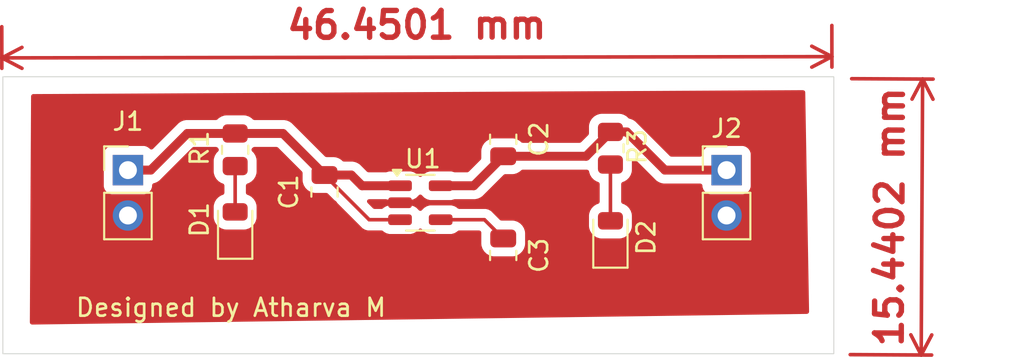
<source format=kicad_pcb>
(kicad_pcb (version 20240108) (generator "pcbnew") (generator_version "8.0")
  (layers (0 "F.Cu" signal) (31 "B.Cu" signal) (34 "B.Paste" user) (35 "F.Paste" user) (36 "B.SilkS" user "B.Silkscreen") (37 "F.SilkS" user "F.Silkscreen") (38 "B.Mask" user) (39 "F.Mask" user) (44 "Edge.Cuts" user))
  (net 0 "")
  (net 1 "Net-(J1-Pin_1)")
  (net 2 "GND")
  (net 3 "Net-(J2-Pin_1)")
  (net 4 "Net-(U1-BP)")
  (net 5 "Net-(D1-A)")
  (net 6 "Net-(D2-A)")
  (footprint "Connector_PinHeader_2.54mm:PinHeader_1x02_P2.54mm_Vertical" (layer "F.Cu") (at 164.5 104.725)
    (property "Reference" "J2" (at 0 -2.33 0) (layer "F.SilkS"))
    (property "Value" "Conn_01x02" (hide yes))
    (fp_line (start -1.33 -1.33) (end 0 -1.33) (stroke (width 0.12)) (layer "F.SilkS"))
    (fp_line (start -1.33 0) (end -1.33 -1.33) (stroke (width 0.12)) (layer "F.SilkS"))
    (fp_line (start -1.33 1.27) (end -1.33 3.87) (stroke (width 0.12)) (layer "F.SilkS"))
    (fp_line (start -1.33 1.27) (end 1.33 1.27) (stroke (width 0.12)) (layer "F.SilkS"))
    (fp_line (start -1.33 3.87) (end 1.33 3.87) (stroke (width 0.12)) (layer "F.SilkS"))
    (fp_line (start 1.33 1.27) (end 1.33 3.87) (stroke (width 0.12)) (layer "F.SilkS"))
    (pad "1" thru_hole rect (at 0 0) (size 1.7 1.7) (drill 1) (layers "*.Cu" "*.Mask") (net 3 "Net-(J2-Pin_1)"))
    (pad "2" thru_hole oval (at 0 2.54) (size 1.7 1.7) (drill 1) (layers "*.Cu" "*.Mask") (net 2 "GND"))
  )
  (footprint "Resistor_SMD:R_0805_2012Metric" (layer "F.Cu") (at 137 103.5875 -90)
    (property "Reference" "R1" (at -0.0875 2 90) (layer "F.SilkS"))
    (property "Value" "649" (hide yes))
    (fp_line (start -0.227064 0.735) (end 0.227064 0.735) (stroke (width 0.12)) (layer "F.SilkS"))
    (fp_line (start -0.227064 -0.735) (end 0.227064 -0.735) (stroke (width 0.12)) (layer "F.SilkS"))
    (pad "1" smd roundrect (at -0.9125 0 270) (size 1.025 1.4) (layers "F.Cu" "F.Paste" "F.Mask") (roundrect_rratio 0.243902) (net 1 "Net-(J1-Pin_1)"))
    (pad "2" smd roundrect (at 0.9125 0 270) (size 1.025 1.4) (layers "F.Cu" "F.Paste" "F.Mask") (roundrect_rratio 0.243902) (net 5 "Net-(D1-A)"))
  )
  (footprint "Connector_PinHeader_2.54mm:PinHeader_1x02_P2.54mm_Vertical" (layer "F.Cu") (at 131 104.725)
    (property "Reference" "J1" (at 0 -2.725 0) (layer "F.SilkS"))
    (property "Value" "Conn_01x02" (hide yes))
    (fp_line (start -1.33 -1.33) (end 0 -1.33) (stroke (width 0.12)) (layer "F.SilkS"))
    (fp_line (start -1.33 0) (end -1.33 -1.33) (stroke (width 0.12)) (layer "F.SilkS"))
    (fp_line (start -1.33 1.27) (end -1.33 3.87) (stroke (width 0.12)) (layer "F.SilkS"))
    (fp_line (start -1.33 1.27) (end 1.33 1.27) (stroke (width 0.12)) (layer "F.SilkS"))
    (fp_line (start -1.33 3.87) (end 1.33 3.87) (stroke (width 0.12)) (layer "F.SilkS"))
    (fp_line (start 1.33 1.27) (end 1.33 3.87) (stroke (width 0.12)) (layer "F.SilkS"))
    (pad "1" thru_hole rect (at 0 0) (size 1.7 1.7) (drill 1) (layers "*.Cu" "*.Mask") (net 1 "Net-(J1-Pin_1)"))
    (pad "2" thru_hole oval (at 0 2.54) (size 1.7 1.7) (drill 1) (layers "*.Cu" "*.Mask") (net 2 "GND"))
  )
  (footprint "LED_SMD:LED_0805_2012Metric" (layer "F.Cu") (at 137 108 90)
    (property "Reference" "D1" (at 0.5 -2 90) (layer "F.SilkS"))
    (property "Value" "LED-RED" (hide yes))
    (fp_line (start 1 -0.96) (end -1.685 -0.96) (stroke (width 0.12)) (layer "F.SilkS"))
    (fp_line (start -1.685 -0.96) (end -1.685 0.96) (stroke (width 0.12)) (layer "F.SilkS"))
    (fp_line (start -1.685 0.96) (end 1 0.96) (stroke (width 0.12)) (layer "F.SilkS"))
    (pad "1" smd roundrect (at -0.9375 0 90) (size 0.975 1.4) (layers "F.Cu" "F.Paste" "F.Mask") (net 2 "GND"))
    (pad "2" smd roundrect (at 0.9375 0 90) (size 0.975 1.4) (layers "F.Cu" "F.Paste" "F.Mask") (net 5 "Net-(D1-A)"))
  )
  (footprint "LED_SMD:LED_0805_2012Metric" (layer "F.Cu") (at 158 108.5 90)
    (property "Reference" "D2" (at 0 2 90) (layer "F.SilkS"))
    (property "Value" "LED-GREEN" (hide yes))
    (fp_line (start 1 -0.96) (end -1.685 -0.96) (stroke (width 0.12)) (layer "F.SilkS"))
    (fp_line (start -1.685 -0.96) (end -1.685 0.96) (stroke (width 0.12)) (layer "F.SilkS"))
    (fp_line (start -1.685 0.96) (end 1 0.96) (stroke (width 0.12)) (layer "F.SilkS"))
    (pad "1" smd roundrect (at -0.9375 0 90) (size 0.975 1.4) (layers "F.Cu" "F.Paste" "F.Mask") (net 2 "GND"))
    (pad "2" smd roundrect (at 0.9375 0 90) (size 0.975 1.4) (layers "F.Cu" "F.Paste" "F.Mask") (net 6 "Net-(D2-A)"))
  )
  (footprint "Capacitor_SMD:C_0805_2012Metric" (layer "F.Cu") (at 142 105.95 -90)
    (property "Reference" "C1" (at 0 2 90) (layer "F.SilkS"))
    (property "Value" "0.1uF" (hide yes))
    (fp_line (start -0.261252 0.735) (end 0.261252 0.735) (stroke (width 0.12)) (layer "F.SilkS"))
    (fp_line (start -0.261252 -0.735) (end 0.261252 -0.735) (stroke (width 0.12)) (layer "F.SilkS"))
    (pad "1" smd roundrect (at -0.95 0 270) (size 1 1.45) (layers "F.Cu" "F.Paste" "F.Mask") (net 1 "Net-(J1-Pin_1)"))
    (pad "2" smd roundrect (at 0.95 0 270) (size 1 1.45) (layers "F.Cu" "F.Paste" "F.Mask") (net 2 "GND"))
  )
  (footprint "Capacitor_SMD:C_0805_2012Metric" (layer "F.Cu") (at 152 103 90)
    (property "Reference" "C2" (at 0 2 90) (layer "F.SilkS"))
    (property "Value" "2.2uF" (hide yes))
    (fp_line (start -0.261252 -0.735) (end 0.261252 -0.735) (stroke (width 0.12)) (layer "F.SilkS"))
    (fp_line (start -0.261252 0.735) (end 0.261252 0.735) (stroke (width 0.12)) (layer "F.SilkS"))
    (pad "1" smd roundrect (at -0.95 0 90) (size 1 1.45) (layers "F.Cu" "F.Paste" "F.Mask") (net 3 "Net-(J2-Pin_1)"))
    (pad "2" smd roundrect (at 0.95 0 90) (size 1 1.45) (layers "F.Cu" "F.Paste" "F.Mask") (net 2 "GND"))
  )
  (footprint "Resistor_SMD:R_0805_2012Metric" (layer "F.Cu") (at 158 103.5 -90)
    (property "Reference" "R3" (at -0.0875 -1.5 90) (layer "F.SilkS"))
    (property "Value" "280" (hide yes))
    (fp_line (start -0.227064 0.735) (end 0.227064 0.735) (stroke (width 0.12)) (layer "F.SilkS"))
    (fp_line (start -0.227064 -0.735) (end 0.227064 -0.735) (stroke (width 0.12)) (layer "F.SilkS"))
    (pad "1" smd roundrect (at -0.9125 0 270) (size 1.025 1.4) (layers "F.Cu" "F.Paste" "F.Mask") (roundrect_rratio 0.243902) (net 3 "Net-(J2-Pin_1)"))
    (pad "2" smd roundrect (at 0.9125 0 270) (size 1.025 1.4) (layers "F.Cu" "F.Paste" "F.Mask") (roundrect_rratio 0.243902) (net 6 "Net-(D2-A)"))
  )
  (footprint "Package_TO_SOT_SMD:SOT-23-5" (layer "F.Cu") (at 147.3625 106.55)
    (property "Reference" "U1" (at 0.1375 -2.45 0) (layer "F.SilkS"))
    (property "Value" "TPS79333-EP" (hide yes))
    (fp_line (start 0 -1.56) (end -0.8 -1.56) (stroke (width 0.12)) (layer "F.SilkS"))
    (fp_line (start 0 -1.56) (end 0.8 -1.56) (stroke (width 0.12)) (layer "F.SilkS"))
    (fp_line (start 0 1.56) (end -0.8 1.56) (stroke (width 0.12)) (layer "F.SilkS"))
    (fp_line (start 0 1.56) (end 0.8 1.56) (stroke (width 0.12)) (layer "F.SilkS"))
    (fp_poly (pts (xy -1.3 -1.51) (xy -1.54 -1.84) (xy -1.06 -1.84) (xy -1.3 -1.51)) (stroke (width 0.12)) (fill solid) (layer "F.SilkS"))
    (pad "1" smd roundrect (at -1.1375 -0.95) (size 1.325 0.6) (layers "F.Cu" "F.Paste" "F.Mask") (net 1 "Net-(J1-Pin_1)"))
    (pad "2" smd roundrect (at -1.1375 0) (size 1.325 0.6) (layers "F.Cu" "F.Paste" "F.Mask") (net 2 "GND"))
    (pad "3" smd roundrect (at -1.1375 0.95) (size 1.325 0.6) (layers "F.Cu" "F.Paste" "F.Mask") (net 1 "Net-(J1-Pin_1)"))
    (pad "4" smd roundrect (at 1.1375 0.95) (size 1.325 0.6) (layers "F.Cu" "F.Paste" "F.Mask") (net 4 "Net-(U1-BP)"))
    (pad "5" smd roundrect (at 1.1375 -0.95) (size 1.325 0.6) (layers "F.Cu" "F.Paste" "F.Mask") (net 3 "Net-(J2-Pin_1)"))
  )
  (footprint "Capacitor_SMD:C_0805_2012Metric" (layer "F.Cu") (at 152 109.5 -90)
    (property "Reference" "C3" (at 0 -2 90) (layer "F.SilkS"))
    (property "Value" "0.01uF" (hide yes))
    (fp_line (start -0.261252 0.735) (end 0.261252 0.735) (stroke (width 0.12)) (layer "F.SilkS"))
    (fp_line (start -0.261252 -0.735) (end 0.261252 -0.735) (stroke (width 0.12)) (layer "F.SilkS"))
    (pad "1" smd roundrect (at -0.95 0 270) (size 1 1.45) (layers "F.Cu" "F.Paste" "F.Mask") (net 4 "Net-(U1-BP)"))
    (pad "2" smd roundrect (at 0.95 0 270) (size 1 1.45) (layers "F.Cu" "F.Paste" "F.Mask") (net 2 "GND"))
  )
  (gr_rect (start 124 99.5) (end 170.5 115) (stroke (width 0.05)) (fill none) (layer "Edge.Cuts"))
  (gr_text "Designed by Atharva M" (at 128 113 0) (layer "F.SilkS") (effects (font (size 1 1)) (justify left bottom)))
  (dimension (type aligned) (layer "F.Cu") (pts (xy 123.94 96.2) (xy 170.39 96.13)) (height 2.244621) (gr_text "46.4501 mm" (at 147.16567 96.60962 0.08634448934) (layer "F.Cu") (effects (font (size 1.5 1.5) (thickness 0.3)))) (format (prefix "") (suffix "") (units 3) (units_format 1) (precision 4)) (style (thickness 0.2) (arrow_length 1.27) (text_position_mode 0) (extension_height 0.58642) (extension_offset 0.5) keep_text_aligned))
  (dimension (type aligned) (layer "F.Cu") (pts (xy 170.998853 99.606833) (xy 170.918853 115.046833)) (height -4.471207) (gr_text "15.4402 mm" (at 173.630024 107.340674 89.70313333) (layer "F.Cu") (effects (font (size 1.5 1.5) (thickness 0.3)))) (format (prefix "") (suffix "") (units 3) (units_format 1) (precision 4)) (style (thickness 0.2) (arrow_length 1.27) (text_position_mode 0) (extension_height 0.58642) (extension_offset 0.5) keep_text_aligned))
  (segment (start 134.325 102.675) (end 137 102.675) (width 0.5) (layer "F.Cu") (net 1))
  (segment (start 137 102.675) (end 137.175 102.5) (width 0.5) (layer "F.Cu") (net 1))
  (segment (start 144.1 105.6) (end 146.225 105.6) (width 0.5) (layer "F.Cu") (net 1))
  (segment (start 143.5 105) (end 144.1 105.6) (width 0.5) (layer "F.Cu") (net 1))
  (segment (start 132.275 104.725) (end 134.325 102.675) (width 0.5) (layer "F.Cu") (net 1))
  (segment (start 139.675 102.675) (end 142 105) (width 0.5) (layer "F.Cu") (net 1))
  (segment (start 137 102.675) (end 139.675 102.675) (width 0.5) (layer "F.Cu") (net 1))
  (segment (start 142 105) (end 143.5 105) (width 0.5) (layer "F.Cu") (net 1))
  (segment (start 131 104.725) (end 132.275 104.725) (width 0.5) (layer "F.Cu") (net 1))
  (segment (start 146.225 107.5) (end 144.5 107.5) (width 0.2) (layer "F.Cu") (net 1))
  (segment (start 144.5 107.5) (end 142 105) (width 0.2) (layer "F.Cu") (net 1))
  (segment (start 152 103.95) (end 156.6375 103.95) (width 0.5) (layer "F.Cu") (net 3))
  (segment (start 156.6375 103.95) (end 158 102.5875) (width 0.5) (layer "F.Cu") (net 3))
  (segment (start 148.5 105.6) (end 150.35 105.6) (width 0.5) (layer "F.Cu") (net 3))
  (segment (start 150.35 105.6) (end 152 103.95) (width 0.5) (layer "F.Cu") (net 3))
  (segment (start 158 102.5875) (end 158.9125 102.5875) (width 0.5) (layer "F.Cu") (net 3))
  (segment (start 158.9125 102.5875) (end 161.05 104.725) (width 0.5) (layer "F.Cu") (net 3))
  (segment (start 161.05 104.725) (end 164.5 104.725) (width 0.5) (layer "F.Cu") (net 3))
  (segment (start 150.95 107.5) (end 152 108.55) (width 0.2) (layer "F.Cu") (net 4))
  (segment (start 148.5 107.5) (end 150.95 107.5) (width 0.2) (layer "F.Cu") (net 4))
  (segment (start 137 104.5) (end 137 107.0625) (width 0.2) (layer "F.Cu") (net 5))
  (segment (start 158 104.4125) (end 158 107.5625) (width 0.2) (layer "F.Cu") (net 6))
  (zone (net 2) (net_name "GND") (layer "F.Cu") (name "GND") (connect_pads yes (clearance 0.5)) (min_thickness 0.25) (fill yes (thermal_gap 0.5) (thermal_bridge_width 0.5))
    (polygon (pts (xy 169.12 112.85) (xy 168.9 100.25) (xy 125.58 100.47) (xy 125.51 113.37) (xy 169.12 112.77) (xy 169.12 112.76)))
  )
)
</source>
